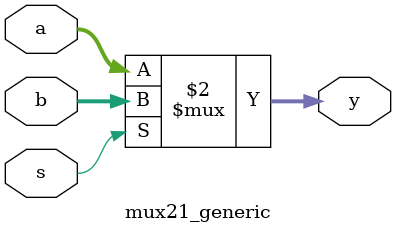
<source format=v>
module mux21_generic # (parameter bit_width = 16) (a, b, s, y);
input [bit_width-1:0] a;
input [bit_width-1:0] b;
input s;
output [bit_width-1:0] y;

assign y = (s==1'b0) ? a : b;
endmodule

</source>
